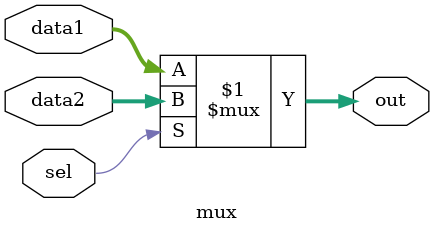
<source format=v>
module mux(
	input [31:0] data1,
	input [31:0] data2,
	input sel,
	output [31:0] out
);

	assign out = sel ? data2 : data1;

endmodule
</source>
